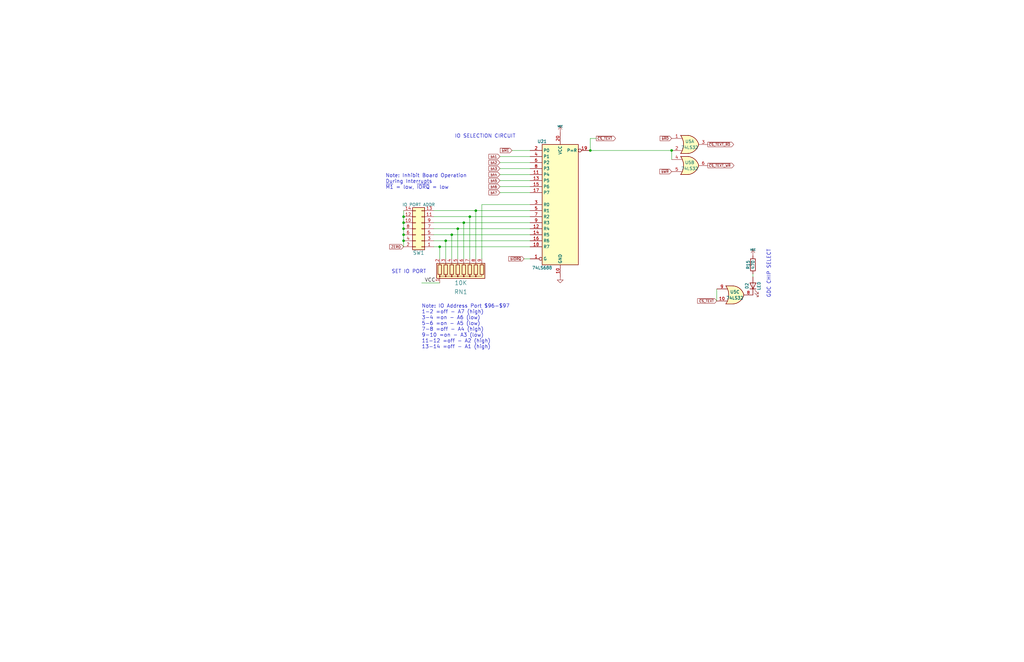
<source format=kicad_sch>
(kicad_sch (version 20211123) (generator eeschema)
  (paper "B")
  (lib_symbols
    (symbol "74xx:74LS32" (pin_names (offset 1.016))
      (property "Reference" "U" (at 0 1.27 0))
      (property "Value" "74LS32" (at 0 -1.27 0))
      (symbol "74LS32_1_1"
        (arc (start -3.81 -3.81) (mid -2.589 0) (end -3.81 3.81) (stroke (width 0.254)))
        (arc (start -0.6096 -3.81) (mid 2.1842 -2.5851) (end 3.81 0) (stroke (width 0.254)) (fill (type background)))
        (polyline (pts (xy -3.81 -3.81) (xy -0.635 -3.81)) (stroke (width 0.254)) (fill (type background)))
        (polyline (pts (xy -3.81 3.81) (xy -0.635 3.81)) (stroke (width 0.254)) (fill (type background)))
        (polyline (pts (xy -0.635 3.81) (xy -3.81 3.81) (xy -3.81 3.81) (xy -3.556 3.4036) (xy -3.0226 2.2606) (xy -2.6924 1.0414) (xy -2.6162 -0.254) (xy -2.7686 -1.4986) (xy -3.175 -2.7178) (xy -3.81 -3.81) (xy -3.81 -3.81) (xy -0.635 -3.81)) (stroke (width -25.4)) (fill (type background)))
        (arc (start 3.81 0) (mid 2.1915 2.5936) (end -0.6096 3.81) (stroke (width 0.254)) (fill (type background)))
        (pin input line (at -7.62 2.54 0) (length 4.318) (name "~") (number "1"))
        (pin input line (at -7.62 -2.54 0) (length 4.318) (name "~") (number "2"))
        (pin output line (at 7.62 0 180) (length 3.81) (name "~") (number "3"))
      )
      (symbol "74LS32_1_2"
        (arc (start 0 -3.81) (mid 3.81 0) (end 0 3.81) (stroke (width 0.254)) (fill (type background)))
        (polyline (pts (xy 0 3.81) (xy -3.81 3.81) (xy -3.81 -3.81) (xy 0 -3.81)) (stroke (width 0.254)) (fill (type background)))
        (pin input inverted (at -7.62 2.54 0) (length 3.81) (name "~") (number "1"))
        (pin input inverted (at -7.62 -2.54 0) (length 3.81) (name "~") (number "2"))
        (pin output inverted (at 7.62 0 180) (length 3.81) (name "~") (number "3"))
      )
      (symbol "74LS32_2_1"
        (arc (start -3.81 -3.81) (mid -2.589 0) (end -3.81 3.81) (stroke (width 0.254)))
        (arc (start -0.6096 -3.81) (mid 2.1842 -2.5851) (end 3.81 0) (stroke (width 0.254)) (fill (type background)))
        (polyline (pts (xy -3.81 -3.81) (xy -0.635 -3.81)) (stroke (width 0.254)) (fill (type background)))
        (polyline (pts (xy -3.81 3.81) (xy -0.635 3.81)) (stroke (width 0.254)) (fill (type background)))
        (polyline (pts (xy -0.635 3.81) (xy -3.81 3.81) (xy -3.81 3.81) (xy -3.556 3.4036) (xy -3.0226 2.2606) (xy -2.6924 1.0414) (xy -2.6162 -0.254) (xy -2.7686 -1.4986) (xy -3.175 -2.7178) (xy -3.81 -3.81) (xy -3.81 -3.81) (xy -0.635 -3.81)) (stroke (width -25.4)) (fill (type background)))
        (arc (start 3.81 0) (mid 2.1915 2.5936) (end -0.6096 3.81) (stroke (width 0.254)) (fill (type background)))
        (pin input line (at -7.62 2.54 0) (length 4.318) (name "~") (number "4"))
        (pin input line (at -7.62 -2.54 0) (length 4.318) (name "~") (number "5"))
        (pin output line (at 7.62 0 180) (length 3.81) (name "~") (number "6"))
      )
      (symbol "74LS32_2_2"
        (arc (start 0 -3.81) (mid 3.81 0) (end 0 3.81) (stroke (width 0.254)) (fill (type background)))
        (polyline (pts (xy 0 3.81) (xy -3.81 3.81) (xy -3.81 -3.81) (xy 0 -3.81)) (stroke (width 0.254)) (fill (type background)))
        (pin input inverted (at -7.62 2.54 0) (length 3.81) (name "~") (number "4"))
        (pin input inverted (at -7.62 -2.54 0) (length 3.81) (name "~") (number "5"))
        (pin output inverted (at 7.62 0 180) (length 3.81) (name "~") (number "6"))
      )
      (symbol "74LS32_3_1"
        (arc (start -3.81 -3.81) (mid -2.589 0) (end -3.81 3.81) (stroke (width 0.254)))
        (arc (start -0.6096 -3.81) (mid 2.1842 -2.5851) (end 3.81 0) (stroke (width 0.254)) (fill (type background)))
        (polyline (pts (xy -3.81 -3.81) (xy -0.635 -3.81)) (stroke (width 0.254)) (fill (type background)))
        (polyline (pts (xy -3.81 3.81) (xy -0.635 3.81)) (stroke (width 0.254)) (fill (type background)))
        (polyline (pts (xy -0.635 3.81) (xy -3.81 3.81) (xy -3.81 3.81) (xy -3.556 3.4036) (xy -3.0226 2.2606) (xy -2.6924 1.0414) (xy -2.6162 -0.254) (xy -2.7686 -1.4986) (xy -3.175 -2.7178) (xy -3.81 -3.81) (xy -3.81 -3.81) (xy -0.635 -3.81)) (stroke (width -25.4)) (fill (type background)))
        (arc (start 3.81 0) (mid 2.1915 2.5936) (end -0.6096 3.81) (stroke (width 0.254)) (fill (type background)))
        (pin input line (at -7.62 -2.54 0) (length 4.318) (name "~") (number "10"))
        (pin output line (at 7.62 0 180) (length 3.81) (name "~") (number "8"))
        (pin input line (at -7.62 2.54 0) (length 4.318) (name "~") (number "9"))
      )
      (symbol "74LS32_3_2"
        (arc (start 0 -3.81) (mid 3.81 0) (end 0 3.81) (stroke (width 0.254)) (fill (type background)))
        (polyline (pts (xy 0 3.81) (xy -3.81 3.81) (xy -3.81 -3.81) (xy 0 -3.81)) (stroke (width 0.254)) (fill (type background)))
        (pin input inverted (at -7.62 -2.54 0) (length 3.81) (name "~") (number "10"))
        (pin output inverted (at 7.62 0 180) (length 3.81) (name "~") (number "8"))
        (pin input inverted (at -7.62 2.54 0) (length 3.81) (name "~") (number "9"))
      )
      (symbol "74LS32_4_1"
        (arc (start -3.81 -3.81) (mid -2.589 0) (end -3.81 3.81) (stroke (width 0.254)))
        (arc (start -0.6096 -3.81) (mid 2.1842 -2.5851) (end 3.81 0) (stroke (width 0.254)) (fill (type background)))
        (polyline (pts (xy -3.81 -3.81) (xy -0.635 -3.81)) (stroke (width 0.254)) (fill (type background)))
        (polyline (pts (xy -3.81 3.81) (xy -0.635 3.81)) (stroke (width 0.254)) (fill (type background)))
        (polyline (pts (xy -0.635 3.81) (xy -3.81 3.81) (xy -3.81 3.81) (xy -3.556 3.4036) (xy -3.0226 2.2606) (xy -2.6924 1.0414) (xy -2.6162 -0.254) (xy -2.7686 -1.4986) (xy -3.175 -2.7178) (xy -3.81 -3.81) (xy -3.81 -3.81) (xy -0.635 -3.81)) (stroke (width -25.4)) (fill (type background)))
        (arc (start 3.81 0) (mid 2.1915 2.5936) (end -0.6096 3.81) (stroke (width 0.254)) (fill (type background)))
        (pin output line (at 7.62 0 180) (length 3.81) (name "~") (number "11"))
        (pin input line (at -7.62 2.54 0) (length 4.318) (name "~") (number "12"))
        (pin input line (at -7.62 -2.54 0) (length 4.318) (name "~") (number "13"))
      )
      (symbol "74LS32_4_2"
        (arc (start 0 -3.81) (mid 3.81 0) (end 0 3.81) (stroke (width 0.254)) (fill (type background)))
        (polyline (pts (xy 0 3.81) (xy -3.81 3.81) (xy -3.81 -3.81) (xy 0 -3.81)) (stroke (width 0.254)) (fill (type background)))
        (pin output inverted (at 7.62 0 180) (length 3.81) (name "~") (number "11"))
        (pin input inverted (at -7.62 2.54 0) (length 3.81) (name "~") (number "12"))
        (pin input inverted (at -7.62 -2.54 0) (length 3.81) (name "~") (number "13"))
      )
      (symbol "74LS32_5_0"
        (pin power_in line (at 0 12.7 270) (length 5.08) (name "VCC") (number "14"))
        (pin power_in line (at 0 -12.7 90) (length 5.08) (name "GND") (number "7"))
      )
      (symbol "74LS32_5_1"
        (rectangle (start -5.08 7.62) (end 5.08 -7.62) (stroke (width 0.254)) (fill (type background)))
      )
    )
    (symbol "74xx:74LS688"
      (property "Reference" "U" (at -7.62 26.67 0))
      (property "Value" "74LS688" (at -7.62 -26.67 0))
      (symbol "74LS688_1_0"
        (pin input inverted (at -12.7 -22.86 0) (length 5.08) (name "G") (number "1"))
        (pin power_in line (at 0 -30.48 90) (length 5.08) (name "GND") (number "10"))
        (pin input line (at -12.7 12.7 0) (length 5.08) (name "P4") (number "11"))
        (pin input line (at -12.7 -10.16 0) (length 5.08) (name "R4") (number "12"))
        (pin input line (at -12.7 10.16 0) (length 5.08) (name "P5") (number "13"))
        (pin input line (at -12.7 -12.7 0) (length 5.08) (name "R5") (number "14"))
        (pin input line (at -12.7 7.62 0) (length 5.08) (name "P6") (number "15"))
        (pin input line (at -12.7 -15.24 0) (length 5.08) (name "R6") (number "16"))
        (pin input line (at -12.7 5.08 0) (length 5.08) (name "P7") (number "17"))
        (pin input line (at -12.7 -17.78 0) (length 5.08) (name "R7") (number "18"))
        (pin output inverted (at 12.7 22.86 180) (length 5.08) (name "P=R") (number "19"))
        (pin input line (at -12.7 22.86 0) (length 5.08) (name "P0") (number "2"))
        (pin power_in line (at 0 30.48 270) (length 5.08) (name "VCC") (number "20"))
        (pin input line (at -12.7 0 0) (length 5.08) (name "R0") (number "3"))
        (pin input line (at -12.7 20.32 0) (length 5.08) (name "P1") (number "4"))
        (pin input line (at -12.7 -2.54 0) (length 5.08) (name "R1") (number "5"))
        (pin input line (at -12.7 17.78 0) (length 5.08) (name "P2") (number "6"))
        (pin input line (at -12.7 -5.08 0) (length 5.08) (name "R2") (number "7"))
        (pin input line (at -12.7 15.24 0) (length 5.08) (name "P3") (number "8"))
        (pin input line (at -12.7 -7.62 0) (length 5.08) (name "R3") (number "9"))
      )
      (symbol "74LS688_1_1"
        (rectangle (start -7.62 25.4) (end 7.62 -25.4) (stroke (width 0.254)) (fill (type background)))
      )
    )
    (symbol "Connector_Generic:Conn_02x07_Odd_Even" (pin_names (offset 1.016) hide)
      (property "Reference" "J" (at 1.27 10.16 0))
      (property "Value" "Conn_02x07_Odd_Even" (at 1.27 -10.16 0))
      (symbol "Conn_02x07_Odd_Even_1_1"
        (rectangle (start -1.27 -7.493) (end 0 -7.747) (stroke (width 0.1524)))
        (rectangle (start -1.27 -4.953) (end 0 -5.207) (stroke (width 0.1524)))
        (rectangle (start -1.27 -2.413) (end 0 -2.667) (stroke (width 0.1524)))
        (rectangle (start -1.27 0.127) (end 0 -0.127) (stroke (width 0.1524)))
        (rectangle (start -1.27 2.667) (end 0 2.413) (stroke (width 0.1524)))
        (rectangle (start -1.27 5.207) (end 0 4.953) (stroke (width 0.1524)))
        (rectangle (start -1.27 7.747) (end 0 7.493) (stroke (width 0.1524)))
        (rectangle (start -1.27 8.89) (end 3.81 -8.89) (stroke (width 0.254)) (fill (type background)))
        (rectangle (start 3.81 -7.493) (end 2.54 -7.747) (stroke (width 0.1524)))
        (rectangle (start 3.81 -4.953) (end 2.54 -5.207) (stroke (width 0.1524)))
        (rectangle (start 3.81 -2.413) (end 2.54 -2.667) (stroke (width 0.1524)))
        (rectangle (start 3.81 0.127) (end 2.54 -0.127) (stroke (width 0.1524)))
        (rectangle (start 3.81 2.667) (end 2.54 2.413) (stroke (width 0.1524)))
        (rectangle (start 3.81 5.207) (end 2.54 4.953) (stroke (width 0.1524)))
        (rectangle (start 3.81 7.747) (end 2.54 7.493) (stroke (width 0.1524)))
        (pin passive line (at -5.08 7.62 0) (length 3.81) (name "Pin_1") (number "1"))
        (pin passive line (at 7.62 -2.54 180) (length 3.81) (name "Pin_10") (number "10"))
        (pin passive line (at -5.08 -5.08 0) (length 3.81) (name "Pin_11") (number "11"))
        (pin passive line (at 7.62 -5.08 180) (length 3.81) (name "Pin_12") (number "12"))
        (pin passive line (at -5.08 -7.62 0) (length 3.81) (name "Pin_13") (number "13"))
        (pin passive line (at 7.62 -7.62 180) (length 3.81) (name "Pin_14") (number "14"))
        (pin passive line (at 7.62 7.62 180) (length 3.81) (name "Pin_2") (number "2"))
        (pin passive line (at -5.08 5.08 0) (length 3.81) (name "Pin_3") (number "3"))
        (pin passive line (at 7.62 5.08 180) (length 3.81) (name "Pin_4") (number "4"))
        (pin passive line (at -5.08 2.54 0) (length 3.81) (name "Pin_5") (number "5"))
        (pin passive line (at 7.62 2.54 180) (length 3.81) (name "Pin_6") (number "6"))
        (pin passive line (at -5.08 0 0) (length 3.81) (name "Pin_7") (number "7"))
        (pin passive line (at 7.62 0 180) (length 3.81) (name "Pin_8") (number "8"))
        (pin passive line (at -5.08 -2.54 0) (length 3.81) (name "Pin_9") (number "9"))
      )
    )
    (symbol "Device:LED" (pin_numbers hide) (pin_names (offset 1.016) hide)
      (property "Reference" "D" (at 0 2.54 0))
      (property "Value" "LED" (at 0 -2.54 0))
      (symbol "LED_0_1"
        (polyline (pts (xy -1.27 -1.27) (xy -1.27 1.27)) (stroke (width 0.254)))
        (polyline (pts (xy -1.27 0) (xy 1.27 0)))
        (polyline (pts (xy 1.27 -1.27) (xy 1.27 1.27) (xy -1.27 0) (xy 1.27 -1.27)) (stroke (width 0.254)))
        (polyline (pts (xy -3.048 -0.762) (xy -4.572 -2.286) (xy -3.81 -2.286) (xy -4.572 -2.286) (xy -4.572 -1.524)))
        (polyline (pts (xy -1.778 -0.762) (xy -3.302 -2.286) (xy -2.54 -2.286) (xy -3.302 -2.286) (xy -3.302 -1.524)))
      )
      (symbol "LED_1_1"
        (pin passive line (at -3.81 0 0) (length 2.54) (name "K") (number "1"))
        (pin passive line (at 3.81 0 180) (length 2.54) (name "A") (number "2"))
      )
    )
    (symbol "Device:R" (pin_numbers hide) (pin_names (offset 0))
      (property "Reference" "R" (at 2.032 0 90))
      (property "Value" "R" (at 0 0 90))
      (symbol "R_0_1"
        (rectangle (start -1.016 -2.54) (end 1.016 2.54) (stroke (width 0.254)))
      )
      (symbol "R_1_1"
        (pin passive line (at 0 3.81 270) (length 1.27) (name "~") (number "1"))
        (pin passive line (at 0 -3.81 90) (length 1.27) (name "~") (number "2"))
      )
    )
    (symbol "Device:R_Network08" (pin_names (offset 0) hide)
      (property "Reference" "RN" (at -12.7 0 90))
      (property "Value" "R_Network08" (at 10.16 0 90))
      (symbol "R_Network08_0_1"
        (rectangle (start -11.43 -3.175) (end 8.89 3.175) (stroke (width 0.254)) (fill (type background)))
        (rectangle (start -10.922 1.524) (end -9.398 -2.54) (stroke (width 0.254)))
        (circle (center -10.16 2.286) (radius 0.254) (fill (type outline)))
        (rectangle (start -8.382 1.524) (end -6.858 -2.54) (stroke (width 0.254)))
        (circle (center -7.62 2.286) (radius 0.254) (fill (type outline)))
        (rectangle (start -5.842 1.524) (end -4.318 -2.54) (stroke (width 0.254)))
        (circle (center -5.08 2.286) (radius 0.254) (fill (type outline)))
        (rectangle (start -3.302 1.524) (end -1.778 -2.54) (stroke (width 0.254)))
        (circle (center -2.54 2.286) (radius 0.254) (fill (type outline)))
        (rectangle (start -0.762 1.524) (end 0.762 -2.54) (stroke (width 0.254)))
        (polyline (pts (xy -10.16 -2.54) (xy -10.16 -3.81)))
        (polyline (pts (xy -7.62 -2.54) (xy -7.62 -3.81)))
        (polyline (pts (xy -5.08 -2.54) (xy -5.08 -3.81)))
        (polyline (pts (xy -2.54 -2.54) (xy -2.54 -3.81)))
        (polyline (pts (xy 0 -2.54) (xy 0 -3.81)))
        (polyline (pts (xy 2.54 -2.54) (xy 2.54 -3.81)))
        (polyline (pts (xy 5.08 -2.54) (xy 5.08 -3.81)))
        (polyline (pts (xy 7.62 -2.54) (xy 7.62 -3.81)))
        (polyline (pts (xy -10.16 1.524) (xy -10.16 2.286) (xy -7.62 2.286) (xy -7.62 1.524)))
        (polyline (pts (xy -7.62 1.524) (xy -7.62 2.286) (xy -5.08 2.286) (xy -5.08 1.524)))
        (polyline (pts (xy -5.08 1.524) (xy -5.08 2.286) (xy -2.54 2.286) (xy -2.54 1.524)))
        (polyline (pts (xy -2.54 1.524) (xy -2.54 2.286) (xy 0 2.286) (xy 0 1.524)))
        (polyline (pts (xy 0 1.524) (xy 0 2.286) (xy 2.54 2.286) (xy 2.54 1.524)))
        (polyline (pts (xy 2.54 1.524) (xy 2.54 2.286) (xy 5.08 2.286) (xy 5.08 1.524)))
        (polyline (pts (xy 5.08 1.524) (xy 5.08 2.286) (xy 7.62 2.286) (xy 7.62 1.524)))
        (circle (center 0 2.286) (radius 0.254) (fill (type outline)))
        (rectangle (start 1.778 1.524) (end 3.302 -2.54) (stroke (width 0.254)))
        (circle (center 2.54 2.286) (radius 0.254) (fill (type outline)))
        (rectangle (start 4.318 1.524) (end 5.842 -2.54) (stroke (width 0.254)))
        (circle (center 5.08 2.286) (radius 0.254) (fill (type outline)))
        (rectangle (start 6.858 1.524) (end 8.382 -2.54) (stroke (width 0.254)))
      )
      (symbol "R_Network08_1_1"
        (pin passive line (at -10.16 5.08 270) (length 2.54) (name "common") (number "1"))
        (pin passive line (at -10.16 -5.08 90) (length 1.27) (name "R1") (number "2"))
        (pin passive line (at -7.62 -5.08 90) (length 1.27) (name "R2") (number "3"))
        (pin passive line (at -5.08 -5.08 90) (length 1.27) (name "R3") (number "4"))
        (pin passive line (at -2.54 -5.08 90) (length 1.27) (name "R4") (number "5"))
        (pin passive line (at 0 -5.08 90) (length 1.27) (name "R5") (number "6"))
        (pin passive line (at 2.54 -5.08 90) (length 1.27) (name "R6") (number "7"))
        (pin passive line (at 5.08 -5.08 90) (length 1.27) (name "R7") (number "8"))
        (pin passive line (at 7.62 -5.08 90) (length 1.27) (name "R8") (number "9"))
      )
    )
    (symbol "power:GND" (power) (pin_names (offset 0))
      (property "Value" "GND" (at 0 -3.81 0))
      (symbol "GND_0_1"
        (polyline (pts (xy 0 0) (xy 0 -1.27) (xy 1.27 -1.27) (xy 0 -2.54) (xy -1.27 -1.27) (xy 0 -1.27)))
      )
      (symbol "GND_1_1"
        (pin power_in line (at 0 0 270) (length 0) hide (name "GND") (number "1"))
      )
    )
    (symbol "power:VCC" (power) (pin_names (offset 0))
      (property "Value" "VCC" (at 0 3.81 0))
      (symbol "VCC_0_1"
        (polyline (pts (xy -0.762 1.27) (xy 0 2.54)))
        (polyline (pts (xy 0 0) (xy 0 2.54)))
        (polyline (pts (xy 0 2.54) (xy 0.762 1.27)))
      )
      (symbol "VCC_1_1"
        (pin power_in line (at 0 0 90) (length 0) hide (name "VCC") (number "1"))
      )
    )
  )
  (junction (at 198.12 91.44))
  (junction (at 170.18 101.6))
  (junction (at 248.92 63.5))
  (junction (at 283.21 63.5))
  (junction (at 187.96 101.6))
  (junction (at 190.5 99.06))
  (junction (at 185.42 104.14))
  (junction (at 170.18 99.06))
  (junction (at 170.18 96.52))
  (junction (at 170.18 91.44))
  (junction (at 195.58 93.98))
  (junction (at 200.66 88.9))
  (junction (at 193.04 96.52))
  (junction (at 170.18 93.98))
  (wire (pts (xy 198.12 91.44) (xy 198.12 109.22)))
  (wire (pts (xy 215.9 63.5) (xy 223.52 63.5)))
  (wire (pts (xy 170.18 96.52) (xy 170.18 99.06)))
  (wire (pts (xy 190.5 99.06) (xy 223.52 99.06)))
  (wire (pts (xy 182.88 101.6) (xy 187.96 101.6)))
  (wire (pts (xy 185.42 109.22) (xy 185.42 104.14)))
  (wire (pts (xy 187.96 101.6) (xy 223.52 101.6)))
  (wire (pts (xy 182.88 91.44) (xy 198.12 91.44)))
  (wire (pts (xy 248.92 63.5) (xy 283.21 63.5)))
  (wire (pts (xy 248.92 58.42) (xy 251.46 58.42)))
  (wire (pts (xy 210.82 68.58) (xy 223.52 68.58)))
  (wire (pts (xy 302.26 121.92) (xy 302.26 127)))
  (wire (pts (xy 170.18 101.6) (xy 170.18 104.14)))
  (wire (pts (xy 193.04 109.22) (xy 193.04 96.52)))
  (wire (pts (xy 203.2 86.36) (xy 223.52 86.36)))
  (wire (pts (xy 170.18 91.44) (xy 170.18 93.98)))
  (wire (pts (xy 185.42 104.14) (xy 223.52 104.14)))
  (wire (pts (xy 182.88 88.9) (xy 200.66 88.9)))
  (wire (pts (xy 210.82 78.74) (xy 223.52 78.74)))
  (wire (pts (xy 177.8 119.38) (xy 185.42 119.38)))
  (wire (pts (xy 170.18 93.98) (xy 170.18 96.52)))
  (wire (pts (xy 210.82 66.04) (xy 223.52 66.04)))
  (wire (pts (xy 195.58 93.98) (xy 195.58 109.22)))
  (wire (pts (xy 317.5 116.84) (xy 317.5 115.57)))
  (wire (pts (xy 182.88 96.52) (xy 193.04 96.52)))
  (wire (pts (xy 170.18 99.06) (xy 170.18 101.6)))
  (wire (pts (xy 248.92 58.42) (xy 248.92 63.5)))
  (wire (pts (xy 198.12 91.44) (xy 223.52 91.44)))
  (wire (pts (xy 182.88 99.06) (xy 190.5 99.06)))
  (wire (pts (xy 190.5 109.22) (xy 190.5 99.06)))
  (wire (pts (xy 203.2 86.36) (xy 203.2 109.22)))
  (wire (pts (xy 210.82 73.66) (xy 223.52 73.66)))
  (wire (pts (xy 210.82 76.2) (xy 223.52 76.2)))
  (wire (pts (xy 283.21 63.5) (xy 283.21 67.31)))
  (wire (pts (xy 182.88 93.98) (xy 195.58 93.98)))
  (wire (pts (xy 210.82 81.28) (xy 223.52 81.28)))
  (wire (pts (xy 187.96 109.22) (xy 187.96 101.6)))
  (wire (pts (xy 195.58 93.98) (xy 223.52 93.98)))
  (wire (pts (xy 210.82 71.12) (xy 223.52 71.12)))
  (wire (pts (xy 200.66 88.9) (xy 223.52 88.9)))
  (wire (pts (xy 170.18 88.9) (xy 170.18 91.44)))
  (wire (pts (xy 193.04 96.52) (xy 223.52 96.52)))
  (wire (pts (xy 200.66 88.9) (xy 200.66 109.22)))
  (wire (pts (xy 223.52 109.22) (xy 220.98 109.22)))
  (wire (pts (xy 182.88 104.14) (xy 185.42 104.14)))
  (text "SET IO PORT" (at 165.1 115.57 0) (effects (font (size 1.524 1.524)) (justify left bottom)))
  (text "Note: IO Address Port $96-$97\n1-2 =off - A7 (high)\n3-4 =on - A6 (low)\n5-6 =on - A5 (low)\n7-8 =off - A4 (high)\n9-10 =on - A3 (low)\n11-12 =off - A2 (high)\n13-14 =off - A1 (high)" (at 177.8 147.32 0) (effects (font (size 1.524 1.524)) (justify left bottom)))
  (text "IO SELECTION CIRCUIT" (at 191.77 58.42 0) (effects (font (size 1.524 1.524)) (justify left bottom)))
  (text "Note: Inhibit Board Operation\nDuring Interrupts\n~{M1} = low, ~{IORQ} = low" (at 162.56 80.01 0) (effects (font (size 1.524 1.524)) (justify left bottom)))
  (text "GDC CHIP SELECT" (at 325.12 125.73 90) (effects (font (size 1.524 1.524)) (justify left bottom)))
  (label "VCC" (at 179.07 119.38 0) (effects (font (size 1.524 1.524))))
  (global_label "~{CS_TEXT_RD}" (shape output) (at 298.45 60.96 0) (effects (font (size 1.016 1.016))) (property "Intersheet References" "${INTERSHEET_REFS}" (effects hide)))
  (global_label "~{CS_TEXT}" (shape output) (at 251.46 58.42 0) (effects (font (size 1.016 1.016))) (property "Intersheet References" "${INTERSHEET_REFS}" (effects hide)))
  (global_label "bA4" (shape input) (at 210.82 73.66 180) (effects (font (size 1.016 1.016))) (property "Intersheet References" "${INTERSHEET_REFS}" (effects hide)))
  (global_label "bA1" (shape input) (at 210.82 66.04 180) (effects (font (size 1.016 1.016))) (property "Intersheet References" "${INTERSHEET_REFS}" (effects hide)))
  (global_label "~{bWR}" (shape input) (at 283.21 72.39 180) (effects (font (size 1.016 1.016))) (property "Intersheet References" "${INTERSHEET_REFS}" (effects hide)))
  (global_label "bA6" (shape input) (at 210.82 78.74 180) (effects (font (size 1.016 1.016))) (property "Intersheet References" "${INTERSHEET_REFS}" (effects hide)))
  (global_label "~{bIORQ}" (shape input) (at 220.98 109.22 180) (effects (font (size 1.016 1.016))) (property "Intersheet References" "${INTERSHEET_REFS}" (effects hide)))
  (global_label "ZERO" (shape input) (at 170.18 104.14 180) (effects (font (size 1.016 1.016))) (property "Intersheet References" "${INTERSHEET_REFS}" (effects hide)))
  (global_label "bA2" (shape input) (at 210.82 68.58 180) (effects (font (size 1.016 1.016))) (property "Intersheet References" "${INTERSHEET_REFS}" (effects hide)))
  (global_label "~{bRD}" (shape input) (at 283.21 58.42 180) (effects (font (size 1.016 1.016))) (property "Intersheet References" "${INTERSHEET_REFS}" (effects hide)))
  (global_label "bA3" (shape input) (at 210.82 71.12 180) (effects (font (size 1.016 1.016))) (property "Intersheet References" "${INTERSHEET_REFS}" (effects hide)))
  (global_label "bA5" (shape input) (at 210.82 76.2 180) (effects (font (size 1.016 1.016))) (property "Intersheet References" "${INTERSHEET_REFS}" (effects hide)))
  (global_label "~{CS_TEXT_WR}" (shape output) (at 298.45 69.85 0) (effects (font (size 1.016 1.016))) (property "Intersheet References" "${INTERSHEET_REFS}" (effects hide)))
  (global_label "bA7" (shape input) (at 210.82 81.28 180) (effects (font (size 1.016 1.016))) (property "Intersheet References" "${INTERSHEET_REFS}" (effects hide)))
  (global_label "~{bM1}" (shape input) (at 215.9 63.5 180) (effects (font (size 1.016 1.016))) (property "Intersheet References" "${INTERSHEET_REFS}" (effects hide)))
  (global_label "~{CS_TEXT}" (shape input) (at 302.26 127 180) (effects (font (size 1.016 1.016))) (property "Intersheet References" "${INTERSHEET_REFS}" (effects hide)))
  (symbol (lib_id "Connector_Generic:Conn_02x07_Odd_Even") (at 177.8 96.52 180) (unit 1)
    (property "Reference" "SW1" (at 176.53 106.68 0) (effects (font (size 1.524 1.524))))
    (property "Value" "IO PORT ADDR" (at 176.53 86.36 0))
    (property "Footprint" "Connector_PinHeader_2.54mm:PinHeader_2x07_P2.54mm_Vertical" (effects hide))
  )
  (symbol (lib_id "power:VCC") (at 236.22 55.88 0) (unit 1)
    (property "Reference" "#PWR059" (effects hide))
    (property "Value" "VCC" (at 236.22 53.34 0) (effects (font (size 0.762 0.762))))
  )
  (symbol (lib_id "74xx:74LS688") (at 236.22 86.36 0) (unit 1)
    (property "Reference" "U21" (at 228.6 59.69 0))
    (property "Value" "74LS688" (at 228.6 113.03 0))
    (property "Footprint" "Package_DIP:DIP-20_W7.62mm_Socket" (effects hide))
    (property "Datasheet" "http://www.ti.com/lit/gpn/sn74LS688" (effects hide))
  )
  (symbol (lib_id "Device:R_Network08") (at 195.58 114.3 0) (mirror x) (unit 1)
    (property "Reference" "RN1" (at 194.31 123.19 0) (effects (font (size 1.778 1.778))))
    (property "Value" "10K" (at 194.31 119.38 0) (effects (font (size 1.778 1.778))))
    (property "Footprint" "Resistor_THT:R_Array_SIP9" (effects hide))
    (property "Datasheet" "http://www.vishay.com/docs/31509/csc.pdf" (effects hide))
  )
  (symbol (lib_id "power:GND") (at 236.22 116.84 0) (unit 1)
    (property "Reference" "#PWR060" (effects hide))
    (property "Value" "GND" (effects hide))
  )
  (symbol (lib_id "power:VCC") (at 317.5 107.95 0) (unit 1)
    (property "Reference" "#PWR026" (effects hide))
    (property "Value" "VCC" (at 317.5 105.41 0) (effects (font (size 0.762 0.762))))
  )
  (symbol (lib_id "74xx:74LS32") (at 309.88 124.46 0) (unit 3)
    (property "Reference" "U5" (at 309.88 123.19 0))
    (property "Value" "74LS32" (at 309.88 125.73 0))
    (property "Footprint" "Package_DIP:DIP-14_W7.62mm_Socket" (effects hide))
    (property "Datasheet" "http://www.ti.com/lit/gpn/sn74LS32" (effects hide))
  )
  (symbol (lib_id "Device:LED") (at 317.5 120.65 90) (unit 1)
    (property "Reference" "D2" (at 314.96 120.65 0))
    (property "Value" "LED" (at 320.04 120.65 0))
    (property "Footprint" "LED_THT:LED_D3.0mm_Horizontal_O3.81mm_Z2.0mm" (effects hide))
  )
  (symbol (lib_id "Device:R") (at 317.5 111.76 180) (unit 1)
    (property "Reference" "R15" (at 315.468 111.76 90))
    (property "Value" "470" (at 317.5 111.76 90))
    (property "Footprint" "Resistor_THT:R_Axial_DIN0207_L6.3mm_D2.5mm_P7.62mm_Horizontal" (effects hide))
  )
  (symbol (lib_id "74xx:74LS32") (at 290.83 69.85 0) (unit 2)
    (property "Reference" "U5" (at 290.83 68.58 0))
    (property "Value" "74LS32" (at 290.83 71.12 0))
    (property "Footprint" "Package_DIP:DIP-14_W7.62mm_Socket" (effects hide))
    (property "Datasheet" "http://www.ti.com/lit/gpn/sn74LS32" (effects hide))
  )
  (symbol (lib_id "74xx:74LS32") (at 290.83 60.96 0) (unit 1)
    (property "Reference" "U5" (at 290.83 59.69 0))
    (property "Value" "74LS32" (at 290.83 62.23 0))
    (property "Footprint" "Package_DIP:DIP-14_W7.62mm_Socket" (effects hide))
    (property "Datasheet" "http://www.ti.com/lit/gpn/sn74LS32" (effects hide))
  )
)
</source>
